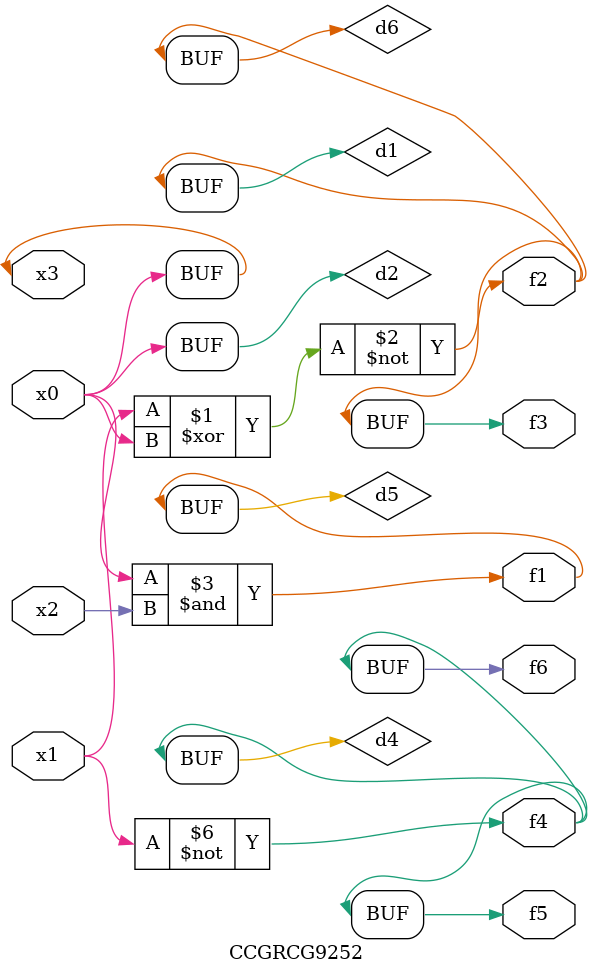
<source format=v>
module CCGRCG9252(
	input x0, x1, x2, x3,
	output f1, f2, f3, f4, f5, f6
);

	wire d1, d2, d3, d4, d5, d6;

	xnor (d1, x1, x3);
	buf (d2, x0, x3);
	nand (d3, x0, x2);
	not (d4, x1);
	nand (d5, d3);
	or (d6, d1);
	assign f1 = d5;
	assign f2 = d6;
	assign f3 = d6;
	assign f4 = d4;
	assign f5 = d4;
	assign f6 = d4;
endmodule

</source>
